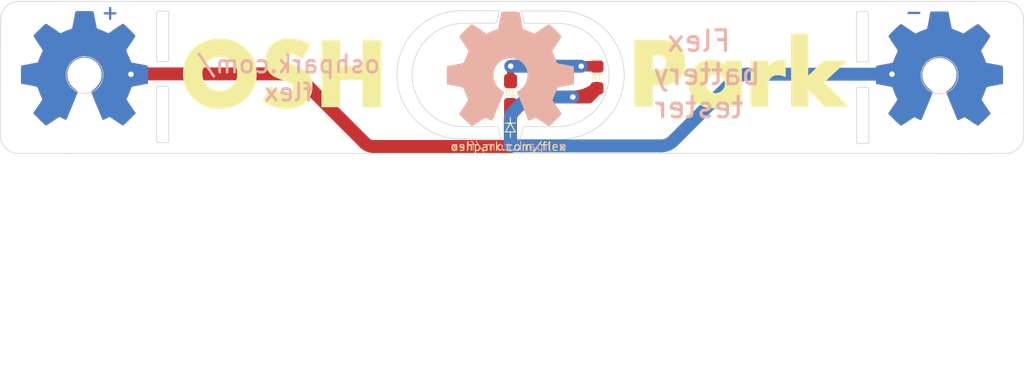
<source format=kicad_pcb>
(kicad_pcb (version 20201220) (generator pcbnew)
  (layers (0 "F.Cu" jumper) (31 "B.Cu" signal) (34 "B.Paste" user) (35 "F.Paste" user) (36 "B.SilkS" user) (37 "F.SilkS" user) (38 "B.Mask" user) (39 "F.Mask" user) (44 "Edge.Cuts" user))
  (net 0 "")
  (net 1 "GND")
  (net 2 "+3V3")
  (footprint "LED_SMD:LED_0603_1608Metric_Pad1.05x0.95mm_HandSolder" (layer "F.Cu") (at 153.229301 96.901 90)
    (fp_text reference "D1" hide)
    (fp_text value "LED" hide)
  )
  (footprint "afterdark:OSHW-Logo2_14.6x12mm_Copper" (layer "F.Cu") (at 184.4218 96.5152)
    (fp_text reference "J2" hide)
    (fp_text value "Conn_01x01_Female" hide)
  )
  (footprint "afterdark:OSHW-Logo2_14.6x12mm_Copper" (layer "F.Cu") (at 122.2418 96.4952)
    (fp_text reference "J2" hide)
    (fp_text value "Conn_01x01_Female" hide)
  )
  (footprint "afterdark:OSHW-Logo2_14.6x12mm_Copper" (layer "F.Cu") (at 153.22 96.54)
    (fp_text reference "J2" hide)
    (fp_text value "Conn_01x01_Female" hide)
  )
  (footprint "afterdark:OSHW-Logo2_14.6x12mm_Copper" (layer "F.Cu") (at 122.2418 96.4952)
    (fp_text reference "J2" hide)
    (fp_text value "Conn_01x01_Female" hide)
  )
  (footprint "flextester:oshpark-v2-osh" (layer "F.Cu") (at 167.18 118.1)
    (fp_text reference "Ref**" hide)
    (fp_text value "Val**" hide)
  )
  (footprint "afterdark:OSHW-Logo2_14.6x12mm_Copper" (layer "F.Cu") (at 184.4218 96.5152)
    (fp_text reference "J2" hide)
    (fp_text value "Conn_01x01_Female" hide)
  )
  (footprint "flextester:oshpark-v2-osh" (layer "F.Cu") (at 151.8 118.12)
    (fp_text reference "Ref**" hide)
    (fp_text value "Val**" hide)
  )
  (footprint "Resistor_SMD:R_0603_1608Metric" (layer "F.Cu") (at 159.512 95.758 90)
    (fp_text reference "REF**" hide)
    (fp_text value "R_0603_1608Metric" hide)
  )
  (footprint "afterdark:OSHW-Logo2_14.6x12mm_Copper" (layer "F.Cu") (at 153.22 96.54)
    (fp_text reference "J2" hide)
    (fp_text value "Conn_01x01_Female" hide)
  )
  (footprint "afterdark:OSHW-Logo2_14.6x12mm_Copper" (layer "B.Cu") (at 153.22 96.54 180)
    (fp_text reference "J2" hide)
    (fp_text value "Conn_01x01_Female" hide)
  )
  (footprint "afterdark:OSHW-Logo2_14.6x12mm_Copper" (layer "B.Cu") (at 122.2418 96.4952 180)
    (fp_text reference "J2" hide)
    (fp_text value "Conn_01x01_Female" hide)
  )
  (footprint "afterdark:OSHW-Logo2_14.6x12mm_Copper" (layer "B.Cu") (at 184.4318 96.5152 180)
    (fp_text reference "J2" hide)
    (fp_text value "Conn_01x01_Female" hide)
  )
  (footprint "afterdark:OSHW-Logo2_14.6x12mm_Copper" (layer "B.Cu") (at 184.4218 96.5152 180)
    (fp_text reference "J2" hide)
    (fp_text value "Conn_01x01_Female" hide)
  )
  (footprint "afterdark:OSHW-Logo2_14.6x12mm_Copper" (layer "B.Cu") (at 122.2418 96.4952 180)
    (fp_text reference "J2" hide)
    (fp_text value "Conn_01x01_Female" hide)
  )
  (gr_line (start 152.8445 99.0854) (end 153.5811 99.0854) (layer "F.SilkS") (width 0.0762))
  (gr_line (start 153.2128 99.0854) (end 152.8572 99.7204) (layer "F.SilkS") (width 0.0762))
  (gr_line (start 153.2128 99.7204) (end 153.2128 100.1268) (layer "F.SilkS") (width 0.0762))
  (gr_line (start 153.2128 99.0854) (end 153.2128 98.679) (layer "F.SilkS") (width 0.0762))
  (gr_line (start 153.2128 99.0854) (end 153.5684 99.7204) (layer "F.SilkS") (width 0.0762))
  (gr_line (start 152.8572 99.7204) (end 153.5684 99.7204) (layer "F.SilkS") (width 0.0762))
  (gr_line (start 120.9421 101.28758) (end 117.43714 101.28758) (layer "Edge.Cuts") (width 0.05))
  (gr_line (start 184.70118 101.28758) (end 120.9421 101.28758) (layer "Edge.Cuts") (width 0.05))
  (gr_arc (start 117.43714 99.972866) (end 117.43714 101.28758) (angle 90) (layer "Edge.Cuts") (width 0.05))
  (gr_line (start 116.145286 91.545674) (end 116.122426 99.972866) (layer "Edge.Cuts") (width 0.05))
  (gr_arc (start 128.248603 91.064197) (end 128.248603 90.937197) (angle 90) (layer "Edge.Cuts") (width 0.05))
  (gr_circle (center 122.2502 95.5802) (end 123.5964 95.5802) (layer "Edge.Cuts") (width 0.05) (fill none))
  (gr_line (start 153.925 100.242032) (end 156.8325 100.25184) (layer "Edge.Cuts") (width 0.05))
  (gr_line (start 178.396697 100.448704) (end 178.396697 96.600104) (layer "Edge.Cuts") (width 0.05))
  (gr_arc (start 149.625 95.575) (end 149.625 100.235096) (angle 180) (layer "Edge.Cuts") (width 0.05))
  (gr_arc (start 178.523697 100.448704) (end 178.523697 100.575704) (angle 90) (layer "Edge.Cuts") (width 0.05))
  (gr_line (start 184.72404 90.23096) (end 189.22 90.23) (layer "Edge.Cuts") (width 0.05))
  (gr_arc (start 178.5042 94.511704) (end 178.5042 94.638704) (angle 90) (layer "Edge.Cuts") (width 0.05))
  (gr_arc (start 178.523697 96.600104) (end 178.396697 96.600104) (angle 90) (layer "Edge.Cuts") (width 0.05))
  (gr_line (start 128.3728 96.5257) (end 128.3728 100.3743) (layer "Edge.Cuts") (width 0.05))
  (gr_line (start 127.617 96.3987) (end 128.2458 96.3987) (layer "Edge.Cuts") (width 0.05))
  (gr_line (start 154.15 99.341648) (end 153.925 100.242032) (layer "Edge.Cuts") (width 0.05))
  (gr_line (start 190.534714 91.544714) (end 190.557574 99.971906) (layer "Edge.Cuts") (width 0.05))
  (gr_arc (start 127.617 96.5257) (end 127.49 96.5257) (angle 90) (layer "Edge.Cuts") (width 0.05))
  (gr_arc (start 127.619803 91.064197) (end 127.492803 91.064197) (angle 90) (layer "Edge.Cuts") (width 0.05))
  (gr_arc (start 156.6275 95.583324) (end 156.6275 91.825) (angle 180) (layer "Edge.Cuts") (width 0.05))
  (gr_arc (start 149.83 95.58342) (end 149.83 99.341744) (angle 180) (layer "Edge.Cuts") (width 0.05))
  (gr_line (start 178.5042 90.965901) (end 179.133 90.965901) (layer "Edge.Cuts") (width 0.05))
  (gr_line (start 128.2458 100.5013) (end 127.617 100.5013) (layer "Edge.Cuts") (width 0.05))
  (gr_line (start 154.0002 90.92184) (end 156.8325 90.931648) (layer "Edge.Cuts") (width 0.05))
  (gr_line (start 127.492803 94.483) (end 127.492803 91.064197) (layer "Edge.Cuts") (width 0.05))
  (gr_line (start 183.89854 90.23096) (end 184.72404 90.23096) (layer "Edge.Cuts") (width 0.05))
  (gr_arc (start 127.619803 94.483) (end 127.619803 94.61) (angle 90) (layer "Edge.Cuts") (width 0.05))
  (gr_line (start 152.3075 99.341744) (end 152.5325 100.244904) (layer "Edge.Cuts") (width 0.05))
  (gr_line (start 127.619803 90.937197) (end 128.248603 90.937197) (layer "Edge.Cuts") (width 0.05))
  (gr_arc (start 128.248603 94.483) (end 128.375603 94.483) (angle 90) (layer "Edge.Cuts") (width 0.05))
  (gr_arc (start 189.22 91.544714) (end 189.22 90.23) (angle 90) (layer "Edge.Cuts") (width 0.05))
  (gr_arc (start 127.617 100.3743) (end 127.617 100.5013) (angle 90) (layer "Edge.Cuts") (width 0.05))
  (gr_arc (start 156.8325 95.591744) (end 156.8325 90.931648) (angle 180) (layer "Edge.Cuts") (width 0.05))
  (gr_line (start 184.70118 101.28758) (end 186.28 101.294714) (layer "Edge.Cuts") (width 0.05))
  (gr_line (start 117.46 90.23096) (end 183.89854 90.23096) (layer "Edge.Cuts") (width 0.05))
  (gr_line (start 149.83 99.341744) (end 152.3075 99.341744) (layer "Edge.Cuts") (width 0.05))
  (gr_line (start 154.2288 91.825) (end 154.0002 90.92184) (layer "Edge.Cuts") (width 0.05))
  (gr_circle (center 184.4294 95.6056) (end 185.7756 95.6056) (layer "Edge.Cuts") (width 0.05) (fill none))
  (gr_arc (start 179.133 94.511704) (end 179.26 94.511704) (angle 90) (layer "Edge.Cuts") (width 0.05))
  (gr_line (start 156.6275 91.825) (end 154.2288 91.825) (layer "Edge.Cuts") (width 0.05))
  (gr_line (start 152.4254 90.9066) (end 149.625 90.914904) (layer "Edge.Cuts") (width 0.05))
  (gr_line (start 152.1968 91.80976) (end 152.4254 90.9066) (layer "Edge.Cuts") (width 0.05))
  (gr_line (start 128.375603 91.064197) (end 128.375603 94.483) (layer "Edge.Cuts") (width 0.05))
  (gr_line (start 178.3772 94.511704) (end 178.3772 91.092901) (layer "Edge.Cuts") (width 0.05))
  (gr_arc (start 117.46 91.545674) (end 117.46 90.23096) (angle -90) (layer "Edge.Cuts") (width 0.05))
  (gr_arc (start 179.152497 96.600104) (end 179.152497 96.473104) (angle 90) (layer "Edge.Cuts") (width 0.05))
  (gr_arc (start 179.152497 100.448704) (end 179.279497 100.448704) (angle 90) (layer "Edge.Cuts") (width 0.05))
  (gr_line (start 179.133 94.638704) (end 178.5042 94.638704) (layer "Edge.Cuts") (width 0.05))
  (gr_arc (start 179.133 91.092901) (end 179.133 90.965901) (angle 90) (layer "Edge.Cuts") (width 0.05))
  (gr_line (start 186.28 101.294714) (end 189.24286 101.28662) (layer "Edge.Cuts") (width 0.05))
  (gr_line (start 152.1968 91.80976) (end 149.83 91.825096) (layer "Edge.Cuts") (width 0.05))
  (gr_line (start 179.26 91.092901) (end 179.26 94.511704) (layer "Edge.Cuts") (width 0.05))
  (gr_arc (start 178.5042 91.092901) (end 178.3772 91.092901) (angle 90) (layer "Edge.Cuts") (width 0.05))
  (gr_line (start 154.15 99.341648) (end 156.6275 99.341648) (layer "Edge.Cuts") (width 0.05))
  (gr_line (start 178.523697 96.473104) (end 179.152497 96.473104) (layer "Edge.Cuts") (width 0.05))
  (gr_line (start 152.5325 100.244904) (end 149.625 100.235096) (layer "Edge.Cuts") (width 0.05))
  (gr_line (start 179.279497 96.600104) (end 179.279497 100.448704) (layer "Edge.Cuts") (width 0.05))
  (gr_arc (start 128.2458 96.5257) (end 128.2458 96.3987) (angle 90) (layer "Edge.Cuts") (width 0.05))
  (gr_arc (start 189.24286 99.971906) (end 189.24286 101.28662) (angle -90) (layer "Edge.Cuts") (width 0.05))
  (gr_line (start 128.248603 94.61) (end 127.619803 94.61) (layer "Edge.Cuts") (width 0.05))
  (gr_line (start 179.152497 100.575704) (end 178.523697 100.575704) (layer "Edge.Cuts") (width 0.05))
  (gr_line (start 127.49 100.3743) (end 127.49 96.5257) (layer "Edge.Cuts") (width 0.05))
  (gr_arc (start 128.2458 100.3743) (end 128.3728 100.3743) (angle 90) (layer "Edge.Cuts") (width 0.05))
  (gr_text "-" (at 182.56 90.99) (layer "F.Cu") (effects (font (size 1.016 1.016) (thickness 0.1524)) (justify mirror)))
  (gr_text "+" (at 124.11 91.03) (layer "F.Cu") (effects (font (size 1.016 1.016) (thickness 0.1524)) (justify mirror)))
  (gr_text "+" (at 124.1 91.02) (layer "B.Cu") (effects (font (size 1.016 1.016) (thickness 0.1524)) (justify mirror)))
  (gr_text "-" (at 182.57 91) (layer "B.Cu") (effects (font (size 1.016 1.016) (thickness 0.1524)) (justify mirror)))
  (gr_text "oshpark.com/\nflex" (at 137.09 95.82) (layer "B.SilkS") (effects (font (size 1.27 1.27) (thickness 0.2032)) (justify mirror)))
  (gr_text "oshpark.com/flex" (at 153.1112 100.76307) (layer "B.SilkS") (effects (font (size 0.635 0.635) (thickness 0.0762)) (justify mirror)))
  (gr_text "Flex\nbattery \ntester" (at 166.93 95.53) (layer "B.SilkS") (effects (font (size 1.5 1.5) (thickness 0.2286)) (justify mirror)))
  (gr_text "oshpark.com/flex" (at 153.0604 100.7872) (layer "F.SilkS") (effects (font (size 0.6096 0.635) (thickness 0.0762))))
  (via (at 153.2382 94.9452) (size 0.8) (drill 0.4) (layers "F.Cu" "B.Cu") (net 0))
  (segment (start 159.4613 94.9452) (end 159.4866 94.9705) (width 0.25) (layer "F.Cu") (net 1))
  (segment (start 157.757473 97.182327) (end 158.875173 97.182327) (width 0.9398) (layer "F.Cu") (net 1))
  (segment (start 153.229301 96.026) (end 153.229301 94.954099) (width 0.508) (layer "F.Cu") (net 1))
  (segment (start 158.369 94.9452) (end 159.4613 94.9452) (width 0.762) (layer "F.Cu") (net 1))
  (segment (start 158.875173 97.182327) (end 159.512 96.5455) (width 0.9398) (layer "F.Cu") (net 1))
  (via (at 157.757473 97.182327) (size 0.8) (drill 0.4) (layers "F.Cu" "B.Cu") (net 1))
  (via (at 158.369 94.9452) (size 0.8) (drill 0.4) (layers "F.Cu" "B.Cu") (net 1))
  (via (at 180.9674 95.5246) (size 0.8) (drill 0.4) (layers "F.Cu" "B.Cu") (net 1))
  (arc (start 157.757473 97.182327) (mid 157.757473 97.182327) (end 159.512 96.5455) (width 0.9398) (layer "F.Cu") (net 1))
  (segment (start 154.623204 97.220667) (end 154.441639 97.295874) (width 0.9398) (layer "B.Cu") (net 1))
  (segment (start 153.2128 100.7364) (end 164.167549 100.7364) (width 0.9398) (layer "B.Cu") (net 1))
  (segment (start 154.207107 97.472893) (end 153.502046 98.177954) (width 0.9398) (layer "B.Cu") (net 1))
  (segment (start 165.065575 100.364425) (end 169.533426 95.896574) (width 0.9398) (layer "B.Cu") (net 1))
  (segment (start 153.21 100.7336) (end 153.2128 100.7364) (width 0.9398) (layer "B.Cu") (net 1))
  (segment (start 154.815952 97.182327) (end 154.623204 97.220667) (width 0.9398) (layer "B.Cu") (net 1))
  (segment (start 157.757473 97.182327) (end 154.815952 97.182327) (width 0.9398) (layer "B.Cu") (net 1))
  (segment (start 153.2382 94.9452) (end 158.369 94.9452) (width 0.9398) (layer "B.Cu") (net 1))
  (segment (start 170.431451 95.5246) (end 180.9674 95.5246) (width 0.9398) (layer "B.Cu") (net 1))
  (segment (start 154.441639 97.295874) (end 154.278234 97.405057) (width 0.9398) (layer "B.Cu") (net 1))
  (segment (start 153.21 98.883015) (end 153.21 100.7336) (width 0.9398) (layer "B.Cu") (net 1))
  (segment (start 154.278234 97.405057) (end 154.207107 97.472893) (width 0.9398) (layer "B.Cu") (net 1))
  (arc (start 169.533426 95.896574) (mid 169.945443 95.621273) (end 170.431451 95.5246) (width 0.9398) (layer "B.Cu") (net 1))
  (arc (start 153.502046 98.177954) (mid 153.2859 98.501439) (end 153.21 98.883015) (width 0.9398) (layer "B.Cu") (net 1))
  (arc (start 164.167549 100.7364) (mid 164.653557 100.639727) (end 165.065575 100.364425) (width 0.9398) (layer "B.Cu") (net 1))
  (segment (start 131.0675 95.5) (end 137.185786 95.5) (width 0.9398) (layer "F.Cu") (net 2))
  (segment (start 125.62 95.53) (end 125.6206 95.5294) (width 0.25) (layer "F.Cu") (net 2))
  (segment (start 153.195858 100.78) (end 143.26 100.78) (width 0.9398) (layer "F.Cu") (net 2))
  (segment (start 153.229301 100.770699) (end 153.229301 97.776) (width 0.9398) (layer "F.Cu") (net 2))
  (segment (start 131.0675 95.5) (end 131.0675 95.601612) (width 0.25) (layer "F.Cu") (net 2))
  (segment (start 153.21 100.79) (end 153.229301 100.770699) (width 0.9398) (layer "F.Cu") (net 2))
  (segment (start 125.62 95.53) (end 126.35 95.53) (width 0.9398) (layer "F.Cu") (net 2))
  (segment (start 137.892893 95.792893) (end 142.597107 100.497107) (width 0.9398) (layer "F.Cu") (net 2))
  (segment (start 131.0675 95.5) (end 125.52 95.5) (width 0.9398) (layer "F.Cu") (net 2))
  (segment (start 153.21 100.79) (end 153.202929 100.782929) (width 0.9398) (layer "F.Cu") (net 2))
  (via (at 125.62 95.53) (size 0.8) (drill 0.4) (layers "F.Cu" "B.Cu") (net 2))
  (arc (start 153.202929 100.782929) (mid 153.199685 100.780761) (end 153.195858 100.78) (width 0.9398) (layer "F.Cu") (net 2))
  (arc (start 142.597107 100.497107) (mid 142.92153 100.71388) (end 143.304213 100.79) (width 0.9398) (layer "F.Cu") (net 2))
  (arc (start 137.185786 95.5) (mid 137.568469 95.57612) (end 137.892893 95.792893) (width 0.9398) (layer "F.Cu") (net 2))
  (arc (start 131.0675 95.601612) (mid 131.072258 95.62553) (end 131.085806 95.645806) (width 0.25) (layer "F.Cu") (net 2))
)
</source>
